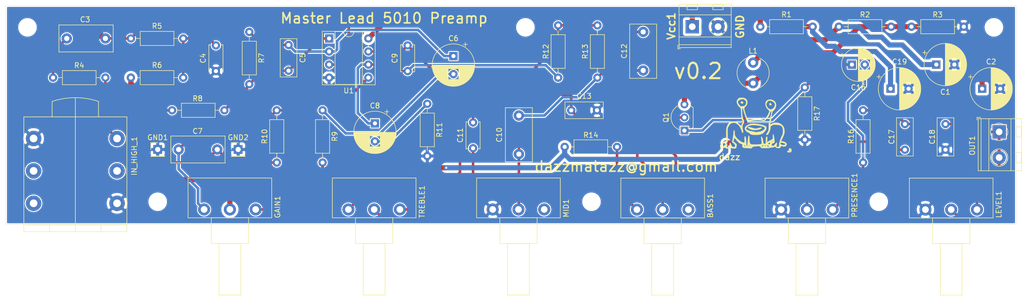
<source format=kicad_pcb>
(kicad_pcb (version 20171130) (host pcbnew "(5.1.6)-1")
  (title_block (title "Master Lead 5010 Preamp") (rev 0.2))
  (layers (0 F.Cu signal) (31 B.Cu signal) (34 B.Paste user) (35 F.Paste user) (36 B.SilkS user) (37 F.SilkS user) (38 B.Mask user) (39 F.Mask user) (44 Edge.Cuts user))
  (net 0 "")
  (net 1 "Net-(BASS1-Pad1)")
  (net 2 "Net-(BASS1-Pad2)")
  (net 3 GND)
  (net 4 "Net-(C4-Pad2)")
  (net 5 "Net-(C5-Pad2)")
  (net 6 "Net-(C6-Pad2)")
  (net 7 "Net-(IN_HIGH_1-PadT)")
  (net 8 "Net-(C3-Pad2)")
  (net 9 /Vcc)
  (net 10 "Net-(GAIN1-Pad3)")
  (net 11 "Net-(C7-Pad2)")
  (net 12 "Net-(C10-Pad2)")
  (net 13 "Net-(C11-Pad2)")
  (net 14 "Net-(C7-Pad1)")
  (net 15 "Net-(C10-Pad1)")
  (net 16 "Net-(C16-Pad2)")
  (net 17 "Net-(C3-Pad1)")
  (net 18 "Net-(C5-Pad1)")
  (net 19 "Net-(C8-Pad1)")
  (net 20 "Net-(C8-Pad2)")
  (net 21 "Net-(C11-Pad1)")
  (net 22 "Net-(C17-Pad1)")
  (net 23 "Net-(C17-Pad2)")
  (net 24 "Net-(C18-Pad1)")
  (net 25 "Net-(C19-Pad1)")
  (net 26 "Net-(C16-Pad1)")
  (net 27 "Net-(Q1-Pad2)")
  (net 28 Vref)
  (net 29 V+)
  (module TerminalBlock_MetzConnect:TerminalBlock_MetzConnect_Type094_RT03502HBLU_1x02_P5.00mm_Horizontal (layer F.Cu) (at 207.645 92.964)
    (fp_text reference Vcc1 (at -4.064 -0.127 90) (layer F.SilkS) (effects (font (size 1.5 1.5) (thickness 0.3))))
    (fp_text value Vcc)
    (pad 1 thru_hole rect (at 0 0) (size 2.6 2.6) (drill 1.3) (layers *.Cu *.Mask) (net 9 /Vcc))
    (pad 2 thru_hole circle (at 5 0) (size 2.6 2.6) (drill 1.3) (layers *.Cu *.Mask) (net 3 GND))
  )
  (module MountingHole:MountingHole_3.2mm_M3 (layer F.Cu) (at 188.087 127)
    (fp_text reference H4 (at 0 0.080999) (layer F.SilkS))
    (fp_text value MountingHole)
    (pad 1 np_thru_hole circle (at 0 0) (size 3.2 3.2) (drill 3.2) (layers *.Cu *.Mask))
  )
  (module MountingHole:MountingHole_3.2mm_M3 (layer F.Cu) (at 103.886 127)
    (fp_text reference H2 (at 0 0) (layer F.SilkS))
    (fp_text value MountingHole)
    (pad 1 np_thru_hole circle (at 0 0) (size 3.2 3.2) (drill 3.2) (layers *.Cu *.Mask))
  )
  (module MountingHole:MountingHole_3.2mm_M3 (layer F.Cu) (at 243.84 127)
    (fp_text reference H3 (at 0.254 0) (layer F.SilkS))
    (fp_text value MountingHole)
    (pad 1 np_thru_hole circle (at 0 0) (size 3.2 3.2) (drill 3.2) (layers *.Cu *.Mask))
  )
  (module MountingHole:MountingHole_3.2mm_M3 (layer F.Cu) (at 175.26 93.091)
    (fp_text reference H1 (at 0 0) (layer F.SilkS))
    (fp_text value MountingHole)
    (pad 1 np_thru_hole circle (at 0 0) (size 3.2 3.2) (drill 3.2) (layers *.Cu *.Mask))
  )
  (module Resistor_THT:R_Axial_DIN0207_L6.3mm_D2.5mm_P10.16mm_Horizontal (layer F.Cu) (at 83.575 102.87)
    (fp_text reference R4 (at 5.08 -2.37) (layer F.SilkS))
    (fp_text value 1K)
    (pad 2 thru_hole oval (at 10.16 0) (size 1.6 1.6) (drill 0.8) (layers *.Cu *.Mask) (net 7 "Net-(IN_HIGH_1-PadT)"))
    (pad 1 thru_hole circle (at 0 0) (size 1.6 1.6) (drill 0.8) (layers *.Cu *.Mask) (net 8 "Net-(C3-Pad2)"))
  )
  (module Resistor_THT:R_Axial_DIN0207_L6.3mm_D2.5mm_P10.16mm_Horizontal (layer F.Cu) (at 108.848 95.25 180)
    (fp_text reference R5 (at 5.089 2.413) (layer F.SilkS))
    (fp_text value 10K)
    (pad 1 thru_hole circle (at 0 0 180) (size 1.6 1.6) (drill 0.8) (layers *.Cu *.Mask) (net 4 "Net-(C4-Pad2)"))
    (pad 2 thru_hole oval (at 10.16 0 180) (size 1.6 1.6) (drill 0.8) (layers *.Cu *.Mask) (net 17 "Net-(C3-Pad1)"))
  )
  (module Resistor_THT:R_Axial_DIN0207_L6.3mm_D2.5mm_P10.16mm_Horizontal (layer F.Cu) (at 98.679 102.87)
    (fp_text reference R6 (at 5.08 -2.413) (layer F.SilkS))
    (fp_text value 220K)
    (pad 1 thru_hole circle (at 0 0) (size 1.6 1.6) (drill 0.8) (layers *.Cu *.Mask) (net 28 Vref))
    (pad 2 thru_hole oval (at 10.16 0) (size 1.6 1.6) (drill 0.8) (layers *.Cu *.Mask) (net 4 "Net-(C4-Pad2)"))
  )
  (module Resistor_THT:R_Axial_DIN0207_L6.3mm_D2.5mm_P10.16mm_Horizontal (layer F.Cu) (at 189.23 102.87 90)
    (fp_text reference R13 (at 5.08 -2.37 90) (layer F.SilkS))
    (fp_text value 68k)
    (pad 1 thru_hole circle (at 0 0 90) (size 1.6 1.6) (drill 0.8) (layers *.Cu *.Mask) (net 15 "Net-(C10-Pad1)"))
    (pad 2 thru_hole oval (at 10.16 0 90) (size 1.6 1.6) (drill 0.8) (layers *.Cu *.Mask) (net 13 "Net-(C11-Pad2)"))
  )
  (module Potentiometer_THT:Potentiometer_Piher_T-16H_Single_Horizontal (layer F.Cu) (at 196.9 128.524 270)
    (fp_text reference BASS1 (at -0.762 -14.25 90) (layer F.SilkS))
    (fp_text value A1M)
    (pad 3 thru_hole circle (at 0 -10 270) (size 2.34 2.34) (drill 1.3) (layers *.Cu *.Mask))
    (pad 2 thru_hole circle (at 0 -5 270) (size 2.34 2.34) (drill 1.3) (layers *.Cu *.Mask) (net 2 "Net-(BASS1-Pad2)"))
    (pad 1 thru_hole circle (at 0 0 270) (size 2.34 2.34) (drill 1.3) (layers *.Cu *.Mask) (net 1 "Net-(BASS1-Pad1)"))
  )
  (module Potentiometer_THT:Potentiometer_Piher_T-16H_Single_Horizontal (layer F.Cu) (at 112.9 128.5 270)
    (fp_text reference GAIN1 (at -0.484 -14.25 90) (layer F.SilkS))
    (fp_text value B22K)
    (pad 3 thru_hole circle (at 0 -10 270) (size 2.34 2.34) (drill 1.3) (layers *.Cu *.Mask) (net 10 "Net-(GAIN1-Pad3)"))
    (pad 2 thru_hole circle (at 0 -5 270) (size 2.34 2.34) (drill 1.3) (layers *.Cu *.Mask) (net 28 Vref))
    (pad 1 thru_hole circle (at 0 0 270) (size 2.34 2.34) (drill 1.3) (layers *.Cu *.Mask) (net 14 "Net-(C7-Pad1)"))
  )
  (module Potentiometer_THT:Potentiometer_Piher_T-16H_Single_Horizontal (layer F.Cu) (at 252.9 128.524 270)
    (fp_text reference LEVEL1 (at -0.992 -14.25 90) (layer F.SilkS))
    (fp_text value A100K)
    (pad 1 thru_hole circle (at 0 0 270) (size 2.34 2.34) (drill 1.3) (layers *.Cu *.Mask) (net 3 GND))
    (pad 2 thru_hole circle (at 0 -5 270) (size 2.34 2.34) (drill 1.3) (layers *.Cu *.Mask) (net 24 "Net-(C18-Pad1)"))
    (pad 3 thru_hole circle (at 0 -10 270) (size 2.34 2.34) (drill 1.3) (layers *.Cu *.Mask) (net 22 "Net-(C17-Pad1)"))
  )
  (module Potentiometer_THT:Potentiometer_Piher_T-16H_Single_Horizontal (layer F.Cu) (at 168.91 128.5 270)
    (fp_text reference MID1 (at -0.23 -14.25 90) (layer F.SilkS))
    (fp_text value B22K)
    (pad 3 thru_hole circle (at 0 -10 270) (size 2.34 2.34) (drill 1.3) (layers *.Cu *.Mask))
    (pad 2 thru_hole circle (at 0 -5 270) (size 2.34 2.34) (drill 1.3) (layers *.Cu *.Mask) (net 12 "Net-(C10-Pad2)"))
    (pad 1 thru_hole circle (at 0 0 270) (size 2.34 2.34) (drill 1.3) (layers *.Cu *.Mask) (net 3 GND))
  )
  (module Potentiometer_THT:Potentiometer_Piher_T-16H_Single_Horizontal (layer F.Cu) (at 140.9 128.5 270)
    (fp_text reference TREBLE1 (at -1.5 -14.294 90) (layer F.SilkS))
    (fp_text value B220K)
    (pad 1 thru_hole circle (at 0 0 270) (size 2.34 2.34) (drill 1.3) (layers *.Cu *.Mask) (net 2 "Net-(BASS1-Pad2)"))
    (pad 2 thru_hole circle (at 0 -5 270) (size 2.34 2.34) (drill 1.3) (layers *.Cu *.Mask) (net 27 "Net-(Q1-Pad2)"))
    (pad 3 thru_hole circle (at 0 -10 270) (size 2.34 2.34) (drill 1.3) (layers *.Cu *.Mask) (net 21 "Net-(C11-Pad1)"))
  )
  (module "Audio Jacks:6.35MM_STEREO_SWITCHED_JACK" (layer F.Cu) (at 79.8 127.3)
    (fp_text reference IN_HIGH_1 (at 19.542 -9.19 90) (layer F.SilkS))
    (fp_text value IN_HIGH)
    (pad SN thru_hole circle (at 0 0) (size 3 3) (drill 1.5) (layers *.Cu *.Mask))
    (pad RN thru_hole circle (at 0 -6.3) (size 3 3) (drill 1.5) (layers *.Cu *.Mask))
    (pad TN thru_hole circle (at 0 -12.6) (size 3 3) (drill 1.5) (layers *.Cu *.Mask) (net 3 GND))
    (pad S thru_hole circle (at 16.2 0) (size 3 3) (drill 1.5) (layers *.Cu *.Mask) (net 3 GND))
    (pad R thru_hole circle (at 16.2 -6.3) (size 3 3) (drill 1.5) (layers *.Cu *.Mask))
    (pad T thru_hole circle (at 16.2 -12.6) (size 3 3) (drill 1.5) (layers *.Cu *.Mask) (net 7 "Net-(IN_HIGH_1-PadT)"))
  )
  (module Capacitor_THT:C_Rect_L10.3mm_W5.0mm_P7.50mm_MKS4 (layer F.Cu) (at 198.12 93.98 270)
    (fp_text reference C12 (at 3.75 3.683 90) (layer F.SilkS))
    (fp_text value 47n)
    (pad 2 thru_hole circle (at 7.5 0 270) (size 2 2) (drill 1) (layers *.Cu *.Mask) (net 15 "Net-(C10-Pad1)"))
    (pad 1 thru_hole circle (at 0 0 270) (size 2 2) (drill 1) (layers *.Cu *.Mask) (net 2 "Net-(BASS1-Pad2)"))
  )
  (module Capacitor_THT:C_Rect_L10.3mm_W5.0mm_P7.50mm_MKS4 (layer F.Cu) (at 173.99 110.236 270)
    (fp_text reference C10 (at 3.75 3.81 90) (layer F.SilkS))
    (fp_text value 47n)
    (pad 2 thru_hole circle (at 7.5 0 270) (size 2 2) (drill 1) (layers *.Cu *.Mask) (net 12 "Net-(C10-Pad2)"))
    (pad 1 thru_hole circle (at 0 0 270) (size 2 2) (drill 1) (layers *.Cu *.Mask) (net 15 "Net-(C10-Pad1)"))
  )
  (module Capacitor_THT:C_Rect_L10.3mm_W5.0mm_P7.50mm_MKS4 (layer F.Cu) (at 93.735 95.25 180)
    (fp_text reference C3 (at 3.937 3.683) (layer F.SilkS))
    (fp_text value 100n)
    (pad 2 thru_hole circle (at 7.5 0 180) (size 2 2) (drill 1) (layers *.Cu *.Mask) (net 8 "Net-(C3-Pad2)"))
    (pad 1 thru_hole circle (at 0 0 180) (size 2 2) (drill 1) (layers *.Cu *.Mask) (net 17 "Net-(C3-Pad1)"))
  )
  (module Capacitor_THT:CP_Radial_D8.0mm_P3.50mm (layer F.Cu) (at 161.29 98.679 270)
    (fp_text reference C6 (at -3.429 0 180) (layer F.SilkS))
    (fp_text value 2u2)
    (pad 1 thru_hole rect (at 0 0 270) (size 1.6 1.6) (drill 0.8) (layers *.Cu *.Mask) (net 18 "Net-(C5-Pad1)"))
    (pad 2 thru_hole circle (at 3.5 0 270) (size 1.6 1.6) (drill 0.8) (layers *.Cu *.Mask) (net 6 "Net-(C6-Pad2)"))
  )
  (module Capacitor_THT:C_Rect_L10.3mm_W5.0mm_P7.50mm_MKS4 (layer F.Cu) (at 107.95 116.84)
    (fp_text reference C7 (at 3.683 -3.556) (layer F.SilkS))
    (fp_text value 47n)
    (pad 1 thru_hole circle (at 0 0) (size 2 2) (drill 1) (layers *.Cu *.Mask) (net 14 "Net-(C7-Pad1)"))
    (pad 2 thru_hole circle (at 7.5 0) (size 2 2) (drill 1) (layers *.Cu *.Mask) (net 11 "Net-(C7-Pad2)"))
  )
  (module Capacitor_THT:CP_Radial_D8.0mm_P3.50mm (layer F.Cu) (at 146.05 111.76 270)
    (fp_text reference C8 (at -3.429 0 180) (layer F.SilkS))
    (fp_text value 2u2)
    (pad 1 thru_hole rect (at 0 0 270) (size 1.6 1.6) (drill 0.8) (layers *.Cu *.Mask) (net 19 "Net-(C8-Pad1)"))
    (pad 2 thru_hole circle (at 3.5 0 270) (size 1.6 1.6) (drill 0.8) (layers *.Cu *.Mask) (net 20 "Net-(C8-Pad2)"))
  )
  (module Capacitor_THT:C_Disc_D5.0mm_W2.5mm_P5.00mm (layer F.Cu) (at 152.4 101.6 90)
    (fp_text reference C9 (at 2.5 -2.5 90) (layer F.SilkS))
    (fp_text value 100p)
    (pad 2 thru_hole circle (at 5 0 90) (size 1.6 1.6) (drill 0.8) (layers *.Cu *.Mask) (net 13 "Net-(C11-Pad2)"))
    (pad 1 thru_hole circle (at 0 0 90) (size 1.6 1.6) (drill 0.8) (layers *.Cu *.Mask) (net 19 "Net-(C8-Pad1)"))
  )
  (module Capacitor_THT:C_Disc_D5.0mm_W2.5mm_P5.00mm (layer F.Cu) (at 165.1 116.586 90)
    (fp_text reference C11 (at 2.5 -2.5 90) (layer F.SilkS))
    (fp_text value 220p)
    (pad 1 thru_hole circle (at 0 0 90) (size 1.6 1.6) (drill 0.8) (layers *.Cu *.Mask) (net 21 "Net-(C11-Pad1)"))
    (pad 2 thru_hole circle (at 5 0 90) (size 1.6 1.6) (drill 0.8) (layers *.Cu *.Mask) (net 13 "Net-(C11-Pad2)"))
  )
  (module Potentiometer_THT:Potentiometer_Piher_T-16H_Single_Horizontal (layer F.Cu) (at 224.9 128.524 270)
    (fp_text reference PRESENCE1 (at -2.794 -14.25 90) (layer F.SilkS))
    (fp_text value B22K)
    (pad 3 thru_hole circle (at 0 -10 270) (size 2.34 2.34) (drill 1.3) (layers *.Cu *.Mask) (net 16 "Net-(C16-Pad2)"))
    (pad 2 thru_hole circle (at 0 -5 270) (size 2.34 2.34) (drill 1.3) (layers *.Cu *.Mask) (net 23 "Net-(C17-Pad2)"))
    (pad 1 thru_hole circle (at 0 0 270) (size 2.34 2.34) (drill 1.3) (layers *.Cu *.Mask) (net 3 GND))
  )
  (module Resistor_THT:R_Axial_DIN0207_L6.3mm_D2.5mm_P10.16mm_Horizontal (layer F.Cu) (at 121.666 93.98 270)
    (fp_text reference R7 (at 5.08 -2.37 90) (layer F.SilkS))
    (fp_text value 22K)
    (pad 1 thru_hole circle (at 0 0 270) (size 1.6 1.6) (drill 0.8) (layers *.Cu *.Mask) (net 18 "Net-(C5-Pad1)"))
    (pad 2 thru_hole oval (at 10.16 0 270) (size 1.6 1.6) (drill 0.8) (layers *.Cu *.Mask) (net 5 "Net-(C5-Pad2)"))
  )
  (module Resistor_THT:R_Axial_DIN0207_L6.3mm_D2.5mm_P10.16mm_Horizontal (layer F.Cu) (at 116.84 109.22 180)
    (fp_text reference R8 (at 5.207 2.286) (layer F.SilkS))
    (fp_text value 100R)
    (pad 2 thru_hole oval (at 10.16 0 180) (size 1.6 1.6) (drill 0.8) (layers *.Cu *.Mask) (net 11 "Net-(C7-Pad2)"))
    (pad 1 thru_hole circle (at 0 0 180) (size 1.6 1.6) (drill 0.8) (layers *.Cu *.Mask) (net 5 "Net-(C5-Pad2)"))
  )
  (module Resistor_THT:R_Axial_DIN0207_L6.3mm_D2.5mm_P10.16mm_Horizontal (layer F.Cu) (at 135.89 109.22 270)
    (fp_text reference R9 (at 5.08 -2.37 90) (layer F.SilkS))
    (fp_text value 100R)
    (pad 1 thru_hole circle (at 0 0 270) (size 1.6 1.6) (drill 0.8) (layers *.Cu *.Mask) (net 6 "Net-(C6-Pad2)"))
    (pad 2 thru_hole oval (at 10.16 0 270) (size 1.6 1.6) (drill 0.8) (layers *.Cu *.Mask) (net 10 "Net-(GAIN1-Pad3)"))
  )
  (module Resistor_THT:R_Axial_DIN0207_L6.3mm_D2.5mm_P10.16mm_Horizontal (layer F.Cu) (at 127 119.38 90)
    (fp_text reference R10 (at 5.08 -2.37 90) (layer F.SilkS))
    (fp_text value 10K)
    (pad 1 thru_hole circle (at 0 0 90) (size 1.6 1.6) (drill 0.8) (layers *.Cu *.Mask) (net 11 "Net-(C7-Pad2)"))
    (pad 2 thru_hole oval (at 10.16 0 90) (size 1.6 1.6) (drill 0.8) (layers *.Cu *.Mask) (net 14 "Net-(C7-Pad1)"))
  )
  (module Resistor_THT:R_Axial_DIN0207_L6.3mm_D2.5mm_P10.16mm_Horizontal (layer F.Cu) (at 156.21 107.95 270)
    (fp_text reference R11 (at 5.08 -2.37 90) (layer F.SilkS))
    (fp_text value 470R)
    (pad 2 thru_hole oval (at 10.16 0 270) (size 1.6 1.6) (drill 0.8) (layers *.Cu *.Mask) (net 3 GND))
    (pad 1 thru_hole circle (at 0 0 270) (size 1.6 1.6) (drill 0.8) (layers *.Cu *.Mask) (net 20 "Net-(C8-Pad2)"))
  )
  (module Resistor_THT:R_Axial_DIN0207_L6.3mm_D2.5mm_P10.16mm_Horizontal (layer F.Cu) (at 181.61 102.87 90)
    (fp_text reference R12 (at 5.08 -2.37 90) (layer F.SilkS))
    (fp_text value 10K)
    (pad 2 thru_hole oval (at 10.16 0 90) (size 1.6 1.6) (drill 0.8) (layers *.Cu *.Mask) (net 13 "Net-(C11-Pad2)"))
    (pad 1 thru_hole circle (at 0 0 90) (size 1.6 1.6) (drill 0.8) (layers *.Cu *.Mask) (net 19 "Net-(C8-Pad1)"))
  )
  (module Resistor_THT:R_Axial_DIN0207_L6.3mm_D2.5mm_P10.16mm_Horizontal (layer F.Cu) (at 193.04 116.332 180)
    (fp_text reference R14 (at 5.08 2.286) (layer F.SilkS))
    (fp_text value 4K7)
    (pad 2 thru_hole oval (at 10.16 0 180) (size 1.6 1.6) (drill 0.8) (layers *.Cu *.Mask) (net 28 Vref))
    (pad 1 thru_hole circle (at 0 0 180) (size 1.6 1.6) (drill 0.8) (layers *.Cu *.Mask) (net 1 "Net-(BASS1-Pad1)"))
  )
  (module Resistor_THT:R_Axial_DIN0207_L6.3mm_D2.5mm_P10.16mm_Horizontal (layer F.Cu) (at 240.792 109.22 270)
    (fp_text reference R16 (at 5.08 2.329 90) (layer F.SilkS))
    (fp_text value 10K)
    (pad 2 thru_hole oval (at 10.16 0 270) (size 1.6 1.6) (drill 0.8) (layers *.Cu *.Mask) (net 16 "Net-(C16-Pad2)"))
    (pad 1 thru_hole circle (at 0 0 270) (size 1.6 1.6) (drill 0.8) (layers *.Cu *.Mask) (net 22 "Net-(C17-Pad1)"))
  )
  (module Package_DIP:DIP-8_W7.62mm_Socket (layer F.Cu) (at 137.16 95.25)
    (fp_text reference U1 (at 3.81 10.16) (layer F.SilkS))
    (fp_text value TL082)
    (pad 1 thru_hole rect (at 0 0) (size 1.6 1.6) (drill 0.8) (layers *.Cu *.Mask) (net 5 "Net-(C5-Pad2)"))
    (pad 5 thru_hole oval (at 7.62 7.62) (size 1.6 1.6) (drill 0.8) (layers *.Cu *.Mask) (net 14 "Net-(C7-Pad1)"))
    (pad 2 thru_hole oval (at 0 2.54) (size 1.6 1.6) (drill 0.8) (layers *.Cu *.Mask) (net 18 "Net-(C5-Pad1)"))
    (pad 6 thru_hole oval (at 7.62 5.08) (size 1.6 1.6) (drill 0.8) (layers *.Cu *.Mask) (net 19 "Net-(C8-Pad1)"))
    (pad 3 thru_hole oval (at 0 5.08) (size 1.6 1.6) (drill 0.8) (layers *.Cu *.Mask) (net 17 "Net-(C3-Pad1)"))
    (pad 7 thru_hole oval (at 7.62 2.54) (size 1.6 1.6) (drill 0.8) (layers *.Cu *.Mask) (net 13 "Net-(C11-Pad2)"))
    (pad 4 thru_hole oval (at 0 7.62) (size 1.6 1.6) (drill 0.8) (layers *.Cu *.Mask) (net 3 GND))
    (pad 8 thru_hole oval (at 7.62 0) (size 1.6 1.6) (drill 0.8) (layers *.Cu *.Mask) (net 29 V+))
  )
  (module MountingHole:MountingHole_3.2mm_M3 (layer F.Cu) (at 78.613 93.091)
    (fp_text reference H5 (at -0.173001 -0.122001) (layer F.SilkS))
    (fp_text value MountingHole)
    (pad 1 np_thru_hole circle (at 0 0) (size 3.2 3.2) (drill 3.2) (layers *.Cu *.Mask))
  )
  (module MountingHole:MountingHole_3.2mm_M3 (layer F.Cu) (at 266.192 93.091)
    (fp_text reference H6 (at 0.004999 0.080999) (layer F.SilkS))
    (fp_text value MountingHole)
    (pad 1 np_thru_hole circle (at 0 0) (size 3.2 3.2) (drill 3.2) (layers *.Cu *.Mask))
  )
  (module Capacitor_THT:C_Disc_D5.0mm_W2.5mm_P5.00mm (layer F.Cu) (at 115.189 101.6 90)
    (fp_text reference C4 (at 2.5 -2.5 90) (layer F.SilkS))
    (fp_text value 220p)
    (pad 1 thru_hole circle (at 0 0 90) (size 1.6 1.6) (drill 0.8) (layers *.Cu *.Mask) (net 3 GND))
    (pad 2 thru_hole circle (at 5 0 90) (size 1.6 1.6) (drill 0.8) (layers *.Cu *.Mask) (net 4 "Net-(C4-Pad2)"))
  )
  (module Resistor_THT:R_Axial_DIN0207_L6.3mm_D2.5mm_P10.16mm_Horizontal (layer F.Cu) (at 246.253 92.964 180)
    (fp_text reference R2 (at 5.08 2.329) (layer F.SilkS))
    (fp_text value 22K)
    (pad 2 thru_hole oval (at 10.16 0 180) (size 1.6 1.6) (drill 0.8) (layers *.Cu *.Mask) (net 29 V+))
    (pad 1 thru_hole circle (at 0 0 180) (size 1.6 1.6) (drill 0.8) (layers *.Cu *.Mask) (net 28 Vref))
  )
  (module Resistor_THT:R_Axial_DIN0207_L6.3mm_D2.5mm_P10.16mm_Horizontal (layer F.Cu) (at 260.35 92.964 180)
    (fp_text reference R3 (at 5.08 2.329) (layer F.SilkS))
    (fp_text value 22K)
    (pad 1 thru_hole circle (at 0 0 180) (size 1.6 1.6) (drill 0.8) (layers *.Cu *.Mask) (net 3 GND))
    (pad 2 thru_hole oval (at 10.16 0 180) (size 1.6 1.6) (drill 0.8) (layers *.Cu *.Mask) (net 28 Vref))
  )
  (module Connector_PinHeader_2.54mm:PinHeader_1x01_P2.54mm_Vertical (layer F.Cu) (at 103.886 116.84)
    (fp_text reference GND1 (at 0 -2.33) (layer F.SilkS))
    (fp_text value GND)
    (pad 1 thru_hole rect (at 0 0) (size 1.7 1.7) (drill 1) (layers *.Cu *.Mask) (net 3 GND))
  )
  (module Connector_PinHeader_2.54mm:PinHeader_1x01_P2.54mm_Vertical (layer F.Cu) (at 119.507 116.84)
    (fp_text reference GND2 (at 0 -2.33) (layer F.SilkS))
    (fp_text value GND)
    (pad 1 thru_hole rect (at 0 0) (size 1.7 1.7) (drill 1) (layers *.Cu *.Mask) (net 3 GND))
  )
  (module toad-logo:toad (layer F.Cu) (at 220.218 112.014)
    (fp_text reference Logo1 hide)
    (fp_text value Logo hide)
  )
  (module Inductor_THT:L_Radial_D6.0mm_P4.00mm (layer F.Cu) (at 219.456 99.949 270)
    (fp_text reference L1 (at -2.286 0 180) (layer F.SilkS))
    (fp_text value 5mH)
    (pad 2 thru_hole circle (at 4 0 270) (size 2 2) (drill 1) (layers *.Cu *.Mask) (net 29 V+))
    (pad 1 thru_hole circle (at 0 0 270) (size 2 2) (drill 1) (layers *.Cu *.Mask) (net 25 "Net-(C19-Pad1)"))
  )
  (module Resistor_THT:R_Axial_DIN0207_L6.3mm_D2.5mm_P10.16mm_Horizontal (layer F.Cu) (at 220.853 92.964)
    (fp_text reference R1 (at 5.08 -2.37) (layer F.SilkS))
    (fp_text value 10R)
    (pad 1 thru_hole circle (at 0 0) (size 1.6 1.6) (drill 0.8) (layers *.Cu *.Mask) (net 9 /Vcc))
    (pad 2 thru_hole oval (at 10.16 0) (size 1.6 1.6) (drill 0.8) (layers *.Cu *.Mask) (net 25 "Net-(C19-Pad1)"))
  )
  (module Capacitor_THT:C_Rect_L7.2mm_W3.0mm_P5.00mm_FKS2_FKP2_MKS2_MKP2 (layer F.Cu) (at 129.286 96.52 270)
    (fp_text reference C5 (at 2.5 -2.75 90) (layer F.SilkS))
    (fp_text value 2n2)
    (pad 1 thru_hole circle (at 0 0 270) (size 1.6 1.6) (drill 0.8) (layers *.Cu *.Mask) (net 18 "Net-(C5-Pad1)"))
    (pad 2 thru_hole circle (at 5 0 270) (size 1.6 1.6) (drill 0.8) (layers *.Cu *.Mask) (net 5 "Net-(C5-Pad2)"))
  )
  (module Capacitor_THT:C_Rect_L7.2mm_W3.0mm_P5.00mm_FKS2_FKP2_MKS2_MKP2 (layer F.Cu) (at 184.15 109.22)
    (fp_text reference C13 (at 2.5 -2.75) (layer F.SilkS))
    (fp_text value 4n7)
    (pad 1 thru_hole circle (at 0 0) (size 1.6 1.6) (drill 0.8) (layers *.Cu *.Mask) (net 2 "Net-(BASS1-Pad2)"))
    (pad 2 thru_hole circle (at 5 0) (size 1.6 1.6) (drill 0.8) (layers *.Cu *.Mask) (net 3 GND))
  )
  (module Capacitor_THT:C_Rect_L7.2mm_W3.0mm_P5.00mm_FKS2_FKP2_MKS2_MKP2 (layer F.Cu) (at 248.92 111.887 270)
    (fp_text reference C17 (at 2.5 2.584 90) (layer F.SilkS))
    (fp_text value 22n)
    (pad 2 thru_hole circle (at 5 0 270) (size 1.6 1.6) (drill 0.8) (layers *.Cu *.Mask) (net 23 "Net-(C17-Pad2)"))
    (pad 1 thru_hole circle (at 0 0 270) (size 1.6 1.6) (drill 0.8) (layers *.Cu *.Mask) (net 22 "Net-(C17-Pad1)"))
  )
  (module Capacitor_THT:C_Rect_L7.2mm_W3.0mm_P5.00mm_FKS2_FKP2_MKS2_MKP2 (layer F.Cu) (at 256.794 111.887 270)
    (fp_text reference C18 (at 2.5 2.584 90) (layer F.SilkS))
    (fp_text value 2n2)
    (pad 2 thru_hole circle (at 5 0 270) (size 1.6 1.6) (drill 0.8) (layers *.Cu *.Mask) (net 3 GND))
    (pad 1 thru_hole circle (at 0 0 270) (size 1.6 1.6) (drill 0.8) (layers *.Cu *.Mask) (net 24 "Net-(C18-Pad1)"))
  )
  (module TerminalBlock_MetzConnect:TerminalBlock_MetzConnect_Type094_RT03502HBLU_1x02_P5.00mm_Horizontal (layer F.Cu) (at 267.208 113.411 270)
    (fp_text reference OUT1 (at 2.667 5.207 270) (layer F.SilkS))
    (fp_text value OUT)
    (pad 1 thru_hole rect (at 0 0 270) (size 2.6 2.6) (drill 1.3) (layers *.Cu *.Mask) (net 24 "Net-(C18-Pad1)"))
    (pad 2 thru_hole circle (at 5 0 270) (size 2.6 2.6) (drill 1.3) (layers *.Cu *.Mask) (net 24 "Net-(C18-Pad1)"))
  )
  (module Capacitor_THT:CP_Radial_D8.0mm_P3.50mm (layer F.Cu) (at 255.016 100.33)
    (fp_text reference C1 (at 1.75 5.334) (layer F.SilkS))
    (fp_text value 100u/35V)
    (pad 1 thru_hole rect (at 0 0) (size 1.6 1.6) (drill 0.8) (layers *.Cu *.Mask) (net 29 V+))
    (pad 2 thru_hole circle (at 3.5 0) (size 1.6 1.6) (drill 0.8) (layers *.Cu *.Mask) (net 3 GND))
  )
  (module Capacitor_THT:CP_Radial_D8.0mm_P3.50mm (layer F.Cu) (at 263.906 105.029)
    (fp_text reference C2 (at 1.75 -5.25) (layer F.SilkS))
    (fp_text value 100u/25V)
    (pad 1 thru_hole rect (at 0 0) (size 1.6 1.6) (drill 0.8) (layers *.Cu *.Mask) (net 28 Vref))
    (pad 2 thru_hole circle (at 3.5 0) (size 1.6 1.6) (drill 0.8) (layers *.Cu *.Mask) (net 3 GND))
  )
  (module Capacitor_THT:CP_Radial_D8.0mm_P3.50mm (layer F.Cu) (at 246.126 105.029)
    (fp_text reference C19 (at 1.75 -5.25) (layer F.SilkS))
    (fp_text value 100u/35V)
    (pad 2 thru_hole circle (at 3.5 0) (size 1.6 1.6) (drill 0.8) (layers *.Cu *.Mask) (net 3 GND))
    (pad 1 thru_hole rect (at 0 0) (size 1.6 1.6) (drill 0.8) (layers *.Cu *.Mask) (net 25 "Net-(C19-Pad1)"))
  )
  (module Capacitor_THT:CP_Radial_D6.3mm_P2.50mm (layer F.Cu) (at 238.633 100.33)
    (fp_text reference C16 (at 1.25 4.445) (layer F.SilkS))
    (fp_text value 2u2/25V)
    (pad 1 thru_hole rect (at 0 0) (size 1.6 1.6) (drill 0.8) (layers *.Cu *.Mask) (net 26 "Net-(C16-Pad1)"))
    (pad 2 thru_hole circle (at 2.5 0) (size 1.6 1.6) (drill 0.8) (layers *.Cu *.Mask) (net 16 "Net-(C16-Pad2)"))
  )
  (module Resistor_THT:R_Axial_DIN0207_L6.3mm_D2.5mm_P10.16mm_Horizontal (layer F.Cu) (at 229.489 104.775 270)
    (fp_text reference R17 (at 5.08 -2.37 90) (layer F.SilkS))
    (fp_text value 33k)
    (pad 1 thru_hole circle (at 0 0 270) (size 1.6 1.6) (drill 0.8) (layers *.Cu *.Mask) (net 26 "Net-(C16-Pad1)"))
    (pad 2 thru_hole oval (at 10.16 0 270) (size 1.6 1.6) (drill 0.8) (layers *.Cu *.Mask) (net 3 GND))
  )
  (module Package_TO_SOT_THT:TO-92L_Inline_Wide (layer F.Cu) (at 206.121 113.157 90)
    (fp_text reference Q1 (at 2.54 -3.56 90) (layer F.SilkS))
    (fp_text value 2N3904)
    (pad 2 thru_hole circle (at 2.54 0 180) (size 1.5 1.5) (drill 0.8) (layers *.Cu *.Mask) (net 27 "Net-(Q1-Pad2)"))
    (pad 3 thru_hole circle (at 5.08 0 180) (size 1.5 1.5) (drill 0.8) (layers *.Cu *.Mask) (net 29 V+))
    (pad 1 thru_hole rect (at 0 0 180) (size 1.5 1.5) (drill 0.8) (layers *.Cu *.Mask) (net 26 "Net-(C16-Pad1)"))
  )
  (gr_text v0.2 (at 208.788 101.6) (layer F.SilkS) (effects (font (size 3 3) (thickness 0.4))))
  (gr_text "Master Lead 5010 Preamp" (at 147.828 91.313) (layer F.SilkS) (effects (font (size 2 2) (thickness 0.3))))
  (gr_text GND (at 216.916 92.964 90) (layer F.SilkS) (effects (font (size 1.5 1.5) (thickness 0.3))))
  (gr_text dazzmatazz@gmail.com (at 194.818 120.142) (layer F.SilkS) (effects (font (size 2 2) (thickness 0.3))))
  (gr_text dazz (at 214.884 118.3005) (layer F.SilkS) (effects (font (size 1.2 1.2) (thickness 0.2))))
  (gr_line (start 74.422 131.4) (end 74.422 88.9) (layer Edge.Cuts) (width 0.05))
  (gr_line (start 270.51 131.4) (end 74.422 131.4) (layer Edge.Cuts) (width 0.05))
  (gr_line (start 270.51 88.9) (end 270.51 131.4) (layer Edge.Cuts) (width 0.05))
  (gr_line (start 74.422 88.9) (end 270.51 88.9) (layer Edge.Cuts) (width 0.05))
  (segment (start 193.04 124.664) (end 196.9 128.524) (width 0.5) (layer F.Cu) (net 1))
  (segment (start 193.04 116.84) (end 193.04 124.664) (width 0.5) (layer F.Cu) (net 1))
  (segment (start 184.15 109.22) (end 184.15 106.172) (width 0.5) (layer F.Cu) (net 2))
  (segment (start 187.70597 112.77597) (end 184.15 109.22) (width 0.5) (layer F.Cu) (net 2))
  (segment (start 194.257086 112.77597) (end 187.70597 112.77597) (width 0.5) (layer F.Cu) (net 2))
  (segment (start 196.977 115.495884) (end 194.257086 112.77597) (width 0.5) (layer F.Cu) (net 2))
  (segment (start 196.977 118.364) (end 196.977 115.495884) (width 0.5) (layer F.Cu) (net 2))
  (segment (start 201.9 128.524) (end 201.9 123.287) (width 0.5) (layer F.Cu) (net 2))
  (segment (start 201.9 123.287) (end 196.977 118.364) (width 0.5) (layer F.Cu) (net 2))
  (segment (start 195.58 93.98) (end 198.12 93.98) (width 0.5) (layer F.Cu) (net 2))
  (segment (start 191.77 97.79) (end 195.58 93.98) (width 0.5) (layer F.Cu) (net 2))
  (segment (start 189.23 97.79) (end 191.77 97.79) (width 0.5) (layer F.Cu) (net 2))
  (segment (start 184.15 106.172) (end 184.15 102.87) (width 0.5) (layer F.Cu) (net 2))
  (segment (start 184.15 102.87) (end 189.23 97.79) (width 0.5) (layer F.Cu) (net 2))
  (segment (start 170.307 109.22) (end 173.355 106.172) (width 0.5) (layer F.Cu) (net 2))
  (segment (start 170.307 110.236) (end 170.307 109.22) (width 0.5) (layer F.Cu) (net 2))
  (segment (start 166.407111 114.135889) (end 170.307 110.236) (width 0.5) (layer F.Cu) (net 2))
  (segment (start 166.407111 114.173) (end 166.407111 114.135889) (width 0.5) (layer F.Cu) (net 2))
  (segment (start 144.94 124.46) (end 159.385 124.46) (width 0.5) (layer F.Cu) (net 2))
  (segment (start 140.9 128.5) (end 144.94 124.46) (width 0.5) (layer F.Cu) (net 2))
  (segment (start 163.564477 114.173) (end 166.407111 114.173) (width 0.5) (layer F.Cu) (net 2))
  (segment (start 159.385 124.46) (end 162.56 121.285) (width 0.5) (layer F.Cu) (net 2))
  (segment (start 173.355 106.172) (end 184.15 106.172) (width 0.5) (layer F.Cu) (net 2))
  (segment (start 162.56 115.177477) (end 163.564477 114.173) (width 0.5) (layer F.Cu) (net 2))
  (segment (start 162.56 121.285) (end 162.56 115.177477) (width 0.5) (layer F.Cu) (net 2))
  (segment (start 108.848 102.861) (end 108.839 102.87) (width 0.5) (layer F.Cu) (net 4))
  (segment (start 108.848 95.25) (end 108.848 98.289) (width 0.5) (layer F.Cu) (net 4))
  (segment (start 108.848 98.289) (end 108.848 102.861) (width 0.5) (layer F.Cu) (net 4))
  (segment (start 108.886 98.251) (end 108.848 98.289) (width 0.5) (layer F.Cu) (net 4))
  (segment (start 113.839 95.25) (end 115.189 96.6) (width 0.5) (layer F.Cu) (net 4))
  (segment (start 108.848 95.25) (end 113.839 95.25) (width 0.5) (layer F.Cu) (net 4))
  (segment (start 121.666 104.394) (end 121.666 104.14) (width 0.5) (layer F.Cu) (net 5))
  (segment (start 116.84 109.22) (end 121.666 104.394) (width 0.5) (layer F.Cu) (net 5))
  (segment (start 124.286 101.52) (end 129.286 101.52) (width 0.5) (layer F.Cu) (net 5))
  (segment (start 121.666 104.14) (end 124.286 101.52) (width 0.5) (layer F.Cu) (net 5))
  (segment (start 135.556 95.25) (end 137.16 95.25) (width 0.5) (layer F.Cu) (net 5))
  (segment (start 129.286 101.52) (end 135.556 95.25) (width 0.5) (layer F.Cu) (net 5))
  (segment (start 140.379999 113.709999) (end 135.89 109.22) (width 0.5) (layer B.Cu) (net 6))
  (segment (start 147.050003 113.709999) (end 140.379999 113.709999) (width 0.5) (layer B.Cu) (net 6))
  (segment (start 157.607 103.251) (end 147.050003 113.709999) (width 0.5) (layer B.Cu) (net 6))
  (segment (start 161.29 102.179) (end 158.679 102.179) (width 0.5) (layer B.Cu) (net 6))
  (segment (start 158.679 102.179) (end 157.607 103.251) (width 0.5) (layer B.Cu) (net 6))
  (segment (start 93.735 112.435) (end 96 114.7) (width 0.5) (layer F.Cu) (net 7))
  (segment (start 93.735 102.87) (end 93.735 112.435) (width 0.5) (layer F.Cu) (net 7))
  (segment (start 83.575 97.91) (end 86.235 95.25) (width 0.5) (layer F.Cu) (net 8))
  (segment (start 83.575 102.87) (end 83.575 97.91) (width 0.5) (layer F.Cu) (net 8))
  (segment (start 220.853 90.678) (end 220.853 92.964) (width 1) (layer F.Cu) (net 9))
  (segment (start 220.10001 89.92501) (end 220.853 90.678) (width 1) (layer F.Cu) (net 9))
  (segment (start 208.01699 89.92501) (end 220.10001 89.92501) (width 1) (layer F.Cu) (net 9))
  (segment (start 207.645 92.964) (end 207.645 90.297) (width 1) (layer F.Cu) (net 9))
  (segment (start 207.645 90.297) (end 208.01699 89.92501) (width 1) (layer F.Cu) (net 9))
  (segment (start 135.89 123.906494) (end 135.89 119.38) (width 0.5) (layer F.Cu) (net 10))
  (segment (start 131.29743 128.499064) (end 135.89 123.906494) (width 0.5) (layer F.Cu) (net 10))
  (segment (start 126.770936 128.499064) (end 131.29743 128.499064) (width 0.5) (layer F.Cu) (net 10))
  (segment (start 122.9 128.5) (end 126.77 128.5) (width 0.5) (layer F.Cu) (net 10))
  (segment (start 126.77 128.5) (end 126.770936 128.499064) (width 0.5) (layer F.Cu) (net 10))
  (segment (start 119.38 119.38) (end 127 119.38) (width 0.5) (layer F.Cu) (net 11))
  (segment (start 117.99 119.38) (end 119.38 119.38) (width 0.5) (layer F.Cu) (net 11))
  (segment (start 115.45 116.84) (end 117.99 119.38) (width 0.5) (layer F.Cu) (net 11))
  (segment (start 101.346 111.633) (end 103.759 109.22) (width 0.5) (layer F.Cu) (net 11))
  (segment (start 106.68 109.22) (end 103.759 109.22) (width 0.5) (layer F.Cu) (net 11))
  (segment (start 115.45 116.84) (end 112.91 119.38) (width 0.5) (layer F.Cu) (net 11))
  (segment (start 112.91 119.38) (end 102.743 119.38) (width 0.5) (layer F.Cu) (net 11))
  (segment (start 102.743 119.38) (end 101.346 117.983) (width 0.5) (layer F.Cu) (net 11))
  (segment (start 101.346 117.983) (end 101.346 111.633) (width 0.5) (layer F.Cu) (net 11))
  (segment (start 173.99 128.42) (end 173.91 128.5) (width 0.5) (layer B.Cu) (net 12))
  (segment (start 173.99 116.72) (end 173.99 128.42) (width 0.5) (layer F.Cu) (net 12))
  (segment (start 151.21 97.79) (end 152.4 96.6) (width 0.5) (layer F.Cu) (net 13))
  (segment (start 144.78 97.79) (end 151.21 97.79) (width 0.5) (layer F.Cu) (net 13))
  (segment (start 165.1 109.3) (end 152.4 96.6) (width 0.5) (layer F.Cu) (net 13))
  (segment (start 181.61 92.71) (end 189.23 92.71) (width 0.5) (layer F.Cu) (net 13))
  (segment (start 181.61 96.52) (end 181.61 92.71) (width 0.5) (layer F.Cu) (net 13))
  (segment (start 175.895 102.235) (end 181.61 96.52) (width 0.5) (layer F.Cu) (net 13))
  (segment (start 173.609 102.235) (end 175.895 102.235) (width 0.5) (layer F.Cu) (net 13))
  (segment (start 165.1 109.3) (end 166.544 109.3) (width 0.5) (layer F.Cu) (net 13))
  (segment (start 166.544 109.3) (end 173.609 102.235) (width 0.5) (layer F.Cu) (net 13))
  (segment (start 165.1 111.586) (end 165.1 109.3) (width 0.5) (layer F.Cu) (net 13))
  (segment (start 141.478 106.172) (end 144.78 102.87) (width 0.5) (layer F.Cu) (net 14))
  (segment (start 132.969 106.172) (end 141.478 106.172) (width 0.5) (layer F.Cu) (net 14))
  (segment (start 127 109.22) (end 129.921 109.22) (width 0.5) (layer F.Cu) (net 14))
  (segment (start 129.921 109.22) (end 132.969 106.172) (width 0.5) (layer F.Cu) (net 14))
  (segment (start 123.19 113.03) (end 127 109.22) (width 0.5) (layer F.Cu) (net 14))
  (segment (start 107.95 116.84) (end 111.76 113.03) (width 0.5) (layer F.Cu) (net 14))
  (segment (start 111.76 113.03) (end 123.19 113.03) (width 0.5) (layer F.Cu) (net 14))
  (segment (start 111.730001 127.330001) (end 111.730001 124.430001) (width 0.5) (layer B.Cu) (net 14))
  (segment (start 112.9 128.5) (end 111.730001 127.330001) (width 0.5) (layer B.Cu) (net 14))
  (segment (start 107.95 120.65) (end 107.95 116.84) (width 0.5) (layer B.Cu) (net 14))
  (segment (start 111.730001 124.430001) (end 107.95 120.65) (width 0.5) (layer B.Cu) (net 14))
  (segment (start 190.62 101.48) (end 189.23 102.87) (width 0.5) (layer F.Cu) (net 15))
  (segment (start 198.12 101.48) (end 190.62 101.48) (width 0.5) (layer F.Cu) (net 15))
  (segment (start 186.377763 105.722237) (end 189.23 102.87) (width 0.5) (layer B.Cu) (net 15))
  (segment (start 185.42 106.68) (end 186.377763 105.722237) (width 0.5) (layer B.Cu) (net 15))
  (segment (start 182.499 106.68) (end 185.42 106.68) (width 0.5) (layer B.Cu) (net 15))
  (segment (start 173.99 110.236) (end 178.943 110.236) (width 0.5) (layer B.Cu) (net 15))
  (segment (start 178.943 110.236) (end 182.499 106.68) (width 0.5) (layer B.Cu) (net 15))
  (segment (start 240.792 122.682) (end 240.792 119.38) (width 0.5) (layer F.Cu) (net 16))
  (segment (start 236.119999 127.354001) (end 240.792 122.682) (width 0.5) (layer F.Cu) (net 16))
  (segment (start 234.9 128.524) (end 236.069999 127.354001) (width 0.5) (layer F.Cu) (net 16))
  (segment (start 236.069999 127.354001) (end 236.119999 127.354001) (width 0.5) (layer F.Cu) (net 16))
  (segment (start 237.871 111.252) (end 237.871 107.696) (width 0.5) (layer B.Cu) (net 16))
  (segment (start 240.792 114.173) (end 237.871 111.252) (width 0.5) (layer B.Cu) (net 16))
  (segment (start 240.792 119.38) (end 240.792 114.173) (width 0.5) (layer B.Cu) (net 16))
  (segment (start 241.133 104.434) (end 237.871 107.696) (width 0.5) (layer B.Cu) (net 16))
  (segment (start 241.133 100.33) (end 241.133 104.434) (width 0.5) (layer B.Cu) (net 16))
  (segment (start 93.137999 94.450001) (end 93.137999 94.441001) (width 0.5) (layer F.Cu) (net 17))
  (segment (start 92.338 95.25) (end 93.137999 94.450001) (width 0.5) (layer F.Cu) (net 17))
  (segment (start 139.7 100.33) (end 137.16 100.33) (width 0.5) (layer F.Cu) (net 17))
  (segment (start 140.97 99.06) (end 139.7 100.33) (width 0.5) (layer F.Cu) (net 17))
  (segment (start 140.97 92.71) (end 140.97 99.06) (width 0.5) (layer F.Cu) (net 17))
  (segment (start 138.43 90.17) (end 140.97 92.71) (width 0.5) (layer F.Cu) (net 17))
  (segment (start 99.487999 94.441001) (end 103.759 90.17) (width 0.5) (layer F.Cu) (net 17))
  (segment (start 99.487999 94.450001) (end 99.487999 94.441001) (width 0.5) (layer F.Cu) (net 17))
  (segment (start 98.688 95.25) (end 99.487999 94.450001) (width 0.5) (layer F.Cu) (net 17))
  (segment (start 103.759 90.17) (end 138.43 90.17) (width 0.5) (layer F.Cu) (net 17))
  (segment (start 93.735 95.25) (end 98.688 95.25) (width 0.5) (layer F.Cu) (net 17))
  (segment (start 138.29137 97.79) (end 137.16 97.79) (width 0.5) (layer B.Cu) (net 18))
  (segment (start 159.512 98.679) (end 154.432 93.599) (width 0.5) (layer B.Cu) (net 18))
  (segment (start 161.29 98.679) (end 159.512 98.679) (width 0.5) (layer B.Cu) (net 18))
  (segment (start 154.432 93.599) (end 140.843 93.599) (width 0.5) (layer B.Cu) (net 18))
  (segment (start 140.843 93.599) (end 138.710001 95.731999) (width 0.5) (layer B.Cu) (net 18))
  (segment (start 138.710001 95.731999) (end 138.710001 97.371369) (width 0.5) (layer B.Cu) (net 18))
  (segment (start 138.710001 97.371369) (end 138.29137 97.79) (width 0.5) (layer B.Cu) (net 18))
  (segment (start 124.206 96.52) (end 129.286 96.52) (width 0.5) (layer F.Cu) (net 18))
  (segment (start 121.666 93.98) (end 124.206 96.52) (width 0.5) (layer F.Cu) (net 18))
  (segment (start 130.556 97.79) (end 137.16 97.79) (width 0.5) (layer B.Cu) (net 18))
  (segment (start 129.286 96.52) (end 130.556 97.79) (width 0.5) (layer B.Cu) (net 18))
  (segment (start 144.75 111.76) (end 142.71952 109.72952) (width 0.5) (layer B.Cu) (net 19))
  (segment (start 146.05 111.76) (end 144.75 111.76) (width 0.5) (layer B.Cu) (net 19))
  (segment (start 142.71952 102.39048) (end 142.725067 102.384933) (width 0.5) (layer B.Cu) (net 19))
  (segment (start 142.725067 102.384933) (end 142.725067 101.004568) (width 0.5) (layer B.Cu) (net 19))
  (segment (start 143.399635 100.33) (end 144.78 100.33) (width 0.5) (layer B.Cu) (net 19))
  (segment (start 142.725067 101.004568) (end 143.399635 100.33) (width 0.5) (layer B.Cu) (net 19))
  (segment (start 152.4 101.6) (end 149.86 101.6) (width 0.5) (layer F.Cu) (net 19))
  (segment (start 149.86 101.6) (end 148.59 100.33) (width 0.5) (layer F.Cu) (net 19))
  (segment (start 148.59 100.33) (end 144.78 100.33) (width 0.5) (layer F.Cu) (net 19))
  (segment (start 142.725067 109.723973) (end 142.71952 109.72952) (width 0.5) (layer B.Cu) (net 19))
  (segment (start 142.725067 102.384933) (end 142.725067 109.723973) (width 0.5) (layer B.Cu) (net 19))
  (segment (start 153.543 100.457) (end 152.4 101.6) (width 0.5) (layer B.Cu) (net 19))
  (segment (start 181.61 102.87) (end 179.197 100.457) (width 0.5) (layer B.Cu) (net 19))
  (segment (start 179.197 100.457) (end 153.543 100.457) (width 0.5) (layer B.Cu) (net 19))
  (segment (start 147.18137 115.26) (end 147.188352 115.253018) (width 0.5) (layer B.Cu) (net 20))
  (segment (start 146.05 115.26) (end 147.18137 115.26) (width 0.5) (layer B.Cu) (net 20))
  (segment (start 148.906982 115.253018) (end 156.21 107.95) (width 0.5) (layer B.Cu) (net 20))
  (segment (start 147.188352 115.253018) (end 148.906982 115.253018) (width 0.5) (layer B.Cu) (net 20))
  (segment (start 165.1 120.65) (end 165.1 116.586) (width 0.5) (layer F.Cu) (net 21))
  (segment (start 165.1 122.809) (end 165.1 120.65) (width 0.5) (layer F.Cu) (net 21))
  (segment (start 150.9 128.5) (end 159.409 128.5) (width 0.5) (layer F.Cu) (net 21))
  (segment (start 159.409 128.5) (end 165.1 122.809) (width 0.5) (layer F.Cu) (net 21))
  (segment (start 248.92 111.76) (end 246.38 109.22) (width 0.5) (layer F.Cu) (net 22))
  (segment (start 246.38 109.22) (end 242.316 109.22) (width 0.5) (layer F.Cu) (net 22))
  (segment (start 252.476 111.887) (end 248.92 111.887) (width 0.5) (layer F.Cu) (net 22))
  (segment (start 262.9 126.756) (end 258.572 122.428) (width 0.5) (layer F.Cu) (net 22))
  (segment (start 262.9 128.524) (end 262.9 126.756) (width 0.5) (layer F.Cu) (net 22))
  (segment (start 258.572 122.428) (end 256.413 122.428) (width 0.5) (layer F.Cu) (net 22))
  (segment (start 256.413 122.428) (end 252.984 118.999) (width 0.5) (layer F.Cu) (net 22))
  (segment (start 252.984 118.999) (end 252.984 112.395) (width 0.5) (layer F.Cu) (net 22))
  (segment (start 252.984 112.395) (end 252.476 111.887) (width 0.5) (layer F.Cu) (net 22))
  (segment (start 242.316 109.22) (end 240.792 109.22) (width 0.5) (layer F.Cu) (net 22))
  (segment (start 247.189 116.887) (end 248.92 116.887) (width 0.5) (layer F.Cu) (net 23))
  (segment (start 245.618 115.316) (end 247.189 116.887) (width 0.5) (layer F.Cu) (net 23))
  (segment (start 239.522 115.316) (end 245.618 115.316) (width 0.5) (layer F.Cu) (net 23))
  (segment (start 229.9 128.524) (end 229.9 124.938) (width 0.5) (layer F.Cu) (net 23))
  (segment (start 229.9 124.938) (end 239.522 115.316) (width 0.5) (layer F.Cu) (net 23))
  (segment (start 254.635 100.33) (end 255.016 100.33) (width 1) (layer B.Cu) (net 29))
  (segment (start 222.631 100.774) (end 219.456 103.949) (width 1) (layer F.Cu) (net 29))
  (segment (start 222.631 99.695) (end 222.631 100.774) (width 1) (layer F.Cu) (net 29))
  (segment (start 226.822 95.504) (end 222.631 99.695) (width 1) (layer F.Cu) (net 29))
  (segment (start 236.093 92.964) (end 233.553 95.504) (width 1) (layer F.Cu) (net 29))
  (segment (start 233.553 95.504) (end 226.822 95.504) (width 1) (layer F.Cu) (net 29))
  (segment (start 202.946 92.075) (end 202.946 96.139) (width 1) (layer F.Cu) (net 29))
  (segment (start 200.79601 89.92501) (end 202.946 92.075) (width 1) (layer F.Cu) (net 29))
  (segment (start 144.78 95.25) (end 150.10499 89.92501) (width 1) (layer F.Cu) (net 29))
  (segment (start 150.10499 89.92501) (end 200.79601 89.92501) (width 1) (layer F.Cu) (net 29))
  (segment (start 210.756 103.949) (end 214.185 103.949) (width 1) (layer F.Cu) (net 29))
  (segment (start 214.185 103.949) (end 219.456 103.949) (width 1) (layer F.Cu) (net 29))
  (segment (start 202.946 96.139) (end 208.915 102.108) (width 1) (layer F.Cu) (net 29))
  (segment (start 252.222 100.33) (end 255.016 100.33) (width 1) (layer B.Cu) (net 29))
  (segment (start 248.412 96.52) (end 252.222 100.33) (width 1) (layer B.Cu) (net 29))
  (segment (start 239.9665 92.964) (end 241.9985 94.996) (width 1) (layer B.Cu) (net 29))
  (segment (start 236.093 92.964) (end 239.9665 92.964) (width 1) (layer B.Cu) (net 29))
  (segment (start 241.9985 94.996) (end 244.4115 94.996) (width 1) (layer B.Cu) (net 29))
  (segment (start 244.4115 94.996) (end 245.9355 96.52) (width 1) (layer B.Cu) (net 29))
  (segment (start 245.9355 96.52) (end 248.412 96.52) (width 1) (layer B.Cu) (net 29))
  (segment (start 267.208 129.032) (end 267.208 118.411) (width 0.5) (layer F.Cu) (net 24))
  (segment (start 265.61501 130.62499) (end 267.208 129.032) (width 0.5) (layer F.Cu) (net 24))
  (segment (start 257.9 128.524) (end 260.00099 130.62499) (width 0.5) (layer F.Cu) (net 24))
  (segment (start 260.00099 130.62499) (end 265.61501 130.62499) (width 0.5) (layer F.Cu) (net 24))
  (segment (start 267.208 118.411) (end 267.208 113.411) (width 0.5) (layer F.Cu) (net 24))
  (segment (start 263.884 111.887) (end 256.794 111.887) (width 0.5) (layer F.Cu) (net 24))
  (segment (start 267.208 113.411) (end 265.408 113.411) (width 0.5) (layer F.Cu) (net 24))
  (segment (start 265.408 113.411) (end 263.884 111.887) (width 0.5) (layer F.Cu) (net 24))
  (segment (start 225.806 92.964) (end 231.013 92.964) (width 1) (layer F.Cu) (net 25))
  (segment (start 220.455999 98.314001) (end 225.806 92.964) (width 1) (layer F.Cu) (net 25))
  (segment (start 220.455999 98.949001) (end 220.455999 98.314001) (width 1) (layer F.Cu) (net 25))
  (segment (start 219.456 99.949) (end 220.455999 98.949001) (width 1) (layer F.Cu) (net 25))
  (segment (start 246.126 100.711) (end 246.126 101.1555) (width 1) (layer B.Cu) (net 25))
  (segment (start 246.126 101.1555) (end 246.126 105.029) (width 1) (layer B.Cu) (net 25))
  (segment (start 236.347 97.79) (end 243.205 97.79) (width 1) (layer B.Cu) (net 25))
  (segment (start 231.013 93.987) (end 231 94) (width 1) (layer B.Cu) (net 25))
  (segment (start 243.205 97.79) (end 246.126 100.711) (width 1) (layer B.Cu) (net 25))
  (segment (start 231.013 92.964) (end 231.013 93.987) (width 1) (layer B.Cu) (net 25))
  (segment (start 231 94) (end 233.774 96.774) (width 1) (layer B.Cu) (net 25))
  (segment (start 233.774 96.774) (end 235.331 96.774) (width 1) (layer B.Cu) (net 25))
  (segment (start 235.331 96.774) (end 236.347 97.79) (width 1) (layer B.Cu) (net 25))
  (segment (start 229.489 104.775) (end 229.489 104.7115) (width 0.5) (layer F.Cu) (net 26))
  (segment (start 233.8705 100.33) (end 238.633 100.33) (width 0.5) (layer F.Cu) (net 26))
  (segment (start 229.489 104.7115) (end 233.8705 100.33) (width 0.5) (layer F.Cu) (net 26))
  (segment (start 223.139 111.125) (end 229.489 104.775) (width 0.5) (layer B.Cu) (net 26))
  (segment (start 211.6455 111.125) (end 223.139 111.125) (width 0.5) (layer B.Cu) (net 26))
  (segment (start 209.6135 113.157) (end 211.6455 111.125) (width 0.5) (layer B.Cu) (net 26))
  (segment (start 206.121 113.157) (end 209.6135 113.157) (width 0.5) (layer B.Cu) (net 26))
  (segment (start 203.2 110.617) (end 206.121 110.617) (width 0.5) (layer F.Cu) (net 27))
  (segment (start 201.93 111.887) (end 203.2 110.617) (width 0.5) (layer F.Cu) (net 27))
  (segment (start 201.93 115.57) (end 201.93 111.887) (width 0.5) (layer F.Cu) (net 27))
  (segment (start 145.9 128.5) (end 147.844001 130.444001) (width 0.5) (layer F.Cu) (net 27))
  (segment (start 203.565999 130.444001) (end 204.47 129.54) (width 0.5) (layer F.Cu) (net 27))
  (segment (start 204.47 129.54) (end 204.47 118.11) (width 0.5) (layer F.Cu) (net 27))
  (segment (start 204.47 118.11) (end 201.93 115.57) (width 0.5) (layer F.Cu) (net 27))
  (segment (start 147.844001 130.444001) (end 203.565999 130.444001) (width 0.5) (layer F.Cu) (net 27))
  (segment (start 117.9 125.60841) (end 117.9 128.5) (width 1) (layer F.Cu) (net 28))
  (segment (start 234.95 98.044) (end 240.03 92.964) (width 1) (layer F.Cu) (net 28))
  (segment (start 224.155 101.346) (end 227.457 98.044) (width 1) (layer F.Cu) (net 28))
  (segment (start 224.155 104.648) (end 224.155 101.346) (width 1) (layer F.Cu) (net 28))
  (segment (start 222.758 106.045) (end 224.155 104.648) (width 1) (layer F.Cu) (net 28))
  (segment (start 220.218 106.045) (end 222.758 106.045) (width 1) (layer F.Cu) (net 28))
  (segment (start 240.03 92.964) (end 250.19 92.964) (width 1) (layer F.Cu) (net 28))
  (segment (start 227.457 98.044) (end 234.95 98.044) (width 1) (layer F.Cu) (net 28))
  (segment (start 217.805 113.411) (end 217.805 108.458) (width 1) (layer F.Cu) (net 28))
  (segment (start 217.805 108.458) (end 220.218 106.045) (width 1) (layer F.Cu) (net 28))
  (segment (start 182.88 117.729) (end 182.88 116.332) (width 1) (layer B.Cu) (net 28))
  (segment (start 183.896 118.745) (end 182.88 117.729) (width 1) (layer B.Cu) (net 28))
  (segment (start 212.598 118.745) (end 183.896 118.745) (width 1) (layer B.Cu) (net 28))
  (segment (start 214.122 115.57) (end 214.122 117.221) (width 1) (layer B.Cu) (net 28))
  (segment (start 214.122 117.221) (end 212.598 118.745) (width 1) (layer B.Cu) (net 28))
  (segment (start 114.97359 122.682) (end 117.9 125.60841) (width 1) (layer F.Cu) (net 28))
  (segment (start 100.711 122.682) (end 114.97359 122.682) (width 1) (layer F.Cu) (net 28))
  (segment (start 99.568 121.539) (end 100.711 122.682) (width 1) (layer F.Cu) (net 28))
  (segment (start 99.568 104.89037) (end 99.568 121.539) (width 1) (layer F.Cu) (net 28))
  (segment (start 98.679 104.00137) (end 99.568 104.89037) (width 1) (layer F.Cu) (net 28))
  (segment (start 98.679 102.87) (end 98.679 104.00137) (width 1) (layer F.Cu) (net 28))
  (via (at 159.893 120.396) (size 0.8) (drill 0.4) (layers F.Cu B.Cu) (net 28))
  (segment (start 180.213 120.396) (end 182.88 117.729) (width 1) (layer B.Cu) (net 28))
  (segment (start 159.893 120.396) (end 180.213 120.396) (width 1) (layer B.Cu) (net 28))
  (segment (start 263.906 105.029) (end 263.906 99.441) (width 1) (layer F.Cu) (net 28))
  (segment (start 263.906 99.441) (end 260.985 96.52) (width 1) (layer F.Cu) (net 28))
  (segment (start 260.985 96.52) (end 257.27 96.52) (width 1) (layer F.Cu) (net 28))
  (segment (start 257.27 96.52) (end 253.714 92.964) (width 1) (layer F.Cu) (net 28))
  (segment (start 253.714 92.964) (end 250.19 92.964) (width 1) (layer F.Cu) (net 28))
  (segment (start 215.646 115.57) (end 217.805 113.411) (width 1) (layer F.Cu) (net 28))
  (segment (start 214.122 115.57) (end 215.646 115.57) (width 1) (layer F.Cu) (net 28))
  (via (at 214.122 115.57) (size 0.8) (drill 0.4) (layers F.Cu B.Cu) (net 28))
  (segment (start 145.542 120.396) (end 159.893 120.396) (width 1) (layer F.Cu) (net 28))
  (segment (start 132.461 115.951) (end 139.573 115.951) (width 1) (layer F.Cu) (net 28))
  (segment (start 144.018 120.396) (end 145.542 120.396) (width 1) (layer F.Cu) (net 28))
  (segment (start 121.18698 122.32143) (end 130.40857 122.32143) (width 1) (layer F.Cu) (net 28))
  (segment (start 139.573 115.951) (end 144.018 120.396) (width 1) (layer F.Cu) (net 28))
  (segment (start 131.572 121.158) (end 131.572 116.84) (width 1) (layer F.Cu) (net 28))
  (segment (start 117.9 125.60841) (end 121.18698 122.32143) (width 1) (layer F.Cu) (net 28))
  (segment (start 130.40857 122.32143) (end 131.572 121.158) (width 1) (layer F.Cu) (net 28))
  (segment (start 131.572 116.84) (end 132.461 115.951) (width 1) (layer F.Cu) (net 28))
  (segment (start 206.121 105.918) (end 209.423 102.616) (width 1) (layer F.Cu) (net 29))
  (segment (start 206.121 108.077) (end 206.121 105.918) (width 1) (layer F.Cu) (net 29))
  (segment (start 208.915 102.108) (end 209.423 102.616) (width 1) (layer F.Cu) (net 29))
  (segment (start 209.423 102.616) (end 210.756 103.949) (width 1) (layer F.Cu) (net 29))
  (zone (net 3) (net_name GND) (layer B.Cu) (connect_pads (clearance 0.2)) (min_thickness 0.254) (fill yes (arc_segments 32) (thermal_gap 0.508) (thermal_bridge_width 0.6))
    (polygon (pts (xy 73.279 88.138) (xy 271 87.775) (xy 271 132.225) (xy 73.279 132.588)))
  )
)
</source>
